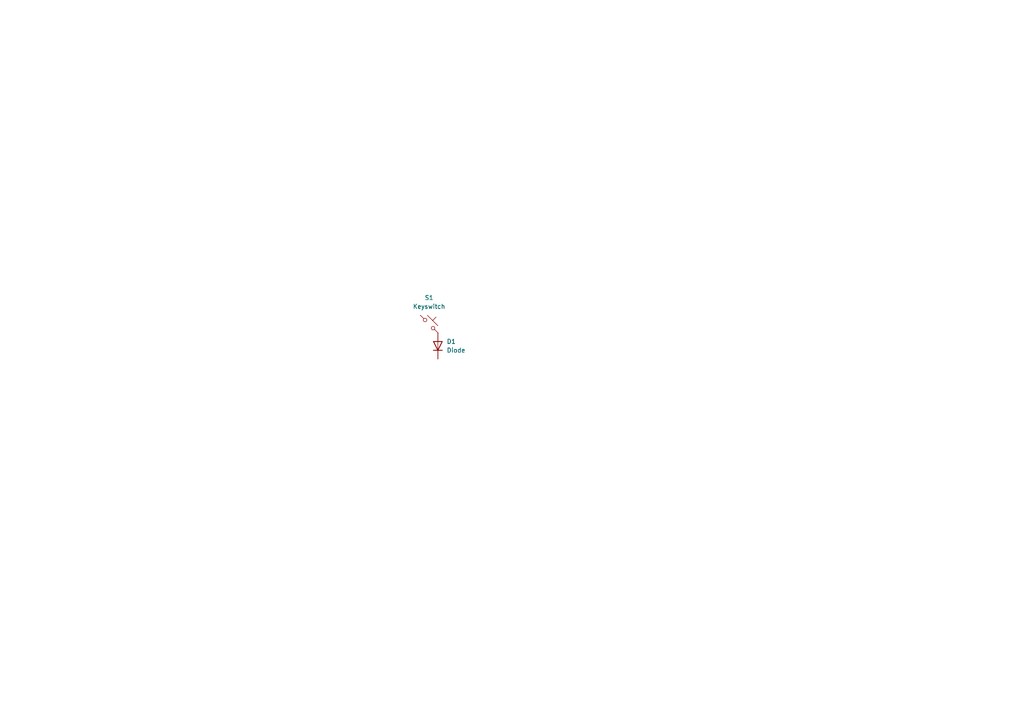
<source format=kicad_sch>
(kicad_sch (version 20250114) (generator "eeschema") (generator_version "9.0")
  (paper "A4")
  (lib_symbols
    (symbol "ScottoKeebs:Placeholder_Diode" (pin_numbers (hide yes)) (pin_names (hide yes))
      (property "Reference" "D" (at 0 2.54 0))
      (property "Value" "Diode" (at 0 -2.54 0))
      (symbol "Placeholder_Diode_0_1"
        (polyline (pts (xy -1.27 1.27) (xy -1.27 -1.27)) (stroke (width 0.254)))
        (polyline (pts (xy 1.27 1.27) (xy 1.27 -1.27) (xy -1.27 0) (xy 1.27 1.27)) (stroke (width 0.254)))
        (polyline (pts (xy 1.27 0) (xy -1.27 0)))
      )
      (symbol "Placeholder_Diode_1_1"
        (pin passive line (at -3.81 0 0) (length 2.54) (name "K") (number "1"))
        (pin passive line (at 3.81 0 180) (length 2.54) (name "A") (number "2"))
      )
    )
    (symbol "ScottoKeebs:Placeholder_Keyswitch" (pin_numbers (hide yes)) (pin_names (offset 1.016) (hide yes))
      (property "Reference" "S" (at 3.048 1.016 0))
      (property "Value" "Keyswitch" (at 0 -3.81 0))
      (symbol "Placeholder_Keyswitch_0_1"
        (polyline (pts (xy -2.54 2.54) (xy -1.524 1.524) (xy -1.524 1.524)))
        (circle (center -1.1684 1.1684) (radius 0.508))
        (polyline (pts (xy -0.508 2.54) (xy 2.54 -0.508)))
        (polyline (pts (xy 1.016 1.016) (xy 2.032 2.032)))
        (circle (center 1.143 -1.1938) (radius 0.508))
        (polyline (pts (xy 1.524 -1.524) (xy 2.54 -2.54) (xy 2.54 -2.54) (xy 2.54 -2.54)))
        (pin passive line (at -2.54 2.54 0) (length 0) (name "1") (number "1"))
        (pin passive line (at 2.54 -2.54 180) (length 0) (name "2") (number "2"))
      )
    )
  )
  (symbol (lib_id "ScottoKeebs:Placeholder_Diode") (at 127 100.33 90) (unit 1)
    (property "Reference" "D1" (at 129.54 99.0599 90) (effects (justify right)))
    (property "Value" "Diode" (at 129.54 101.5999 90) (effects (justify right)))
    (property "Description" "1N4148 (DO-35) or 1N4148W (SOD-123)" (effects (hide yes)))
    (property "Sim.Device" "D" (effects (hide yes)))
    (property "Sim.Pins" "1=K 2=A" (effects (hide yes)))
  )
  (symbol (lib_id "ScottoKeebs:Placeholder_Keyswitch") (at 124.46 93.98 0) (unit 1)
    (property "Reference" "S1" (at 124.46 86.36 0))
    (property "Value" "Keyswitch" (at 124.46 88.9 0))
    (property "Description" "Push button switch, normally open, two pins, 45° tilted" (effects (hide yes)))
  )
)
</source>
